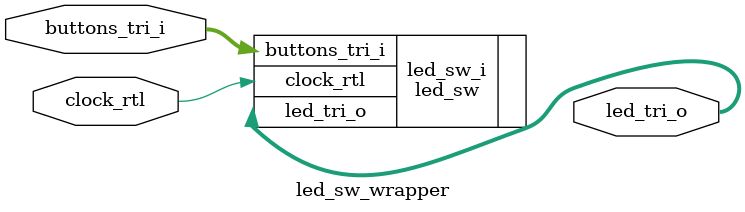
<source format=v>
`timescale 1 ps / 1 ps

module led_sw_wrapper
   (buttons_tri_i,
    clock_rtl,
    led_tri_o);
  input [7:0]buttons_tri_i;
  input clock_rtl;
  output [3:0]led_tri_o;

  wire [7:0]buttons_tri_i;
  wire clock_rtl;
  wire [3:0]led_tri_o;

  led_sw led_sw_i
       (.buttons_tri_i(buttons_tri_i),
        .clock_rtl(clock_rtl),
        .led_tri_o(led_tri_o));
endmodule

</source>
